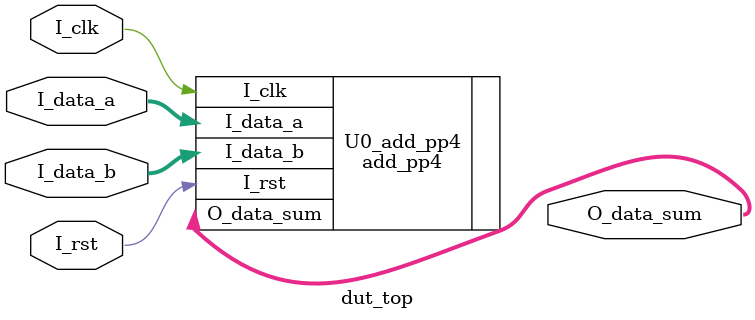
<source format=v>
module dut_top(
	input 			I_rst		,
	input 			I_clk		,
	input  [63:0]	I_data_a	,
	input  [63:0]	I_data_b	,
	output [64:0]	O_data_sum	
);

add_pp4 U0_add_pp4(
	.I_rst		(I_rst		),
	.I_clk		(I_clk		),
	.I_data_a	(I_data_a	),
	.I_data_b	(I_data_b	),
	.O_data_sum	(O_data_sum	)
);

endmodule


</source>
